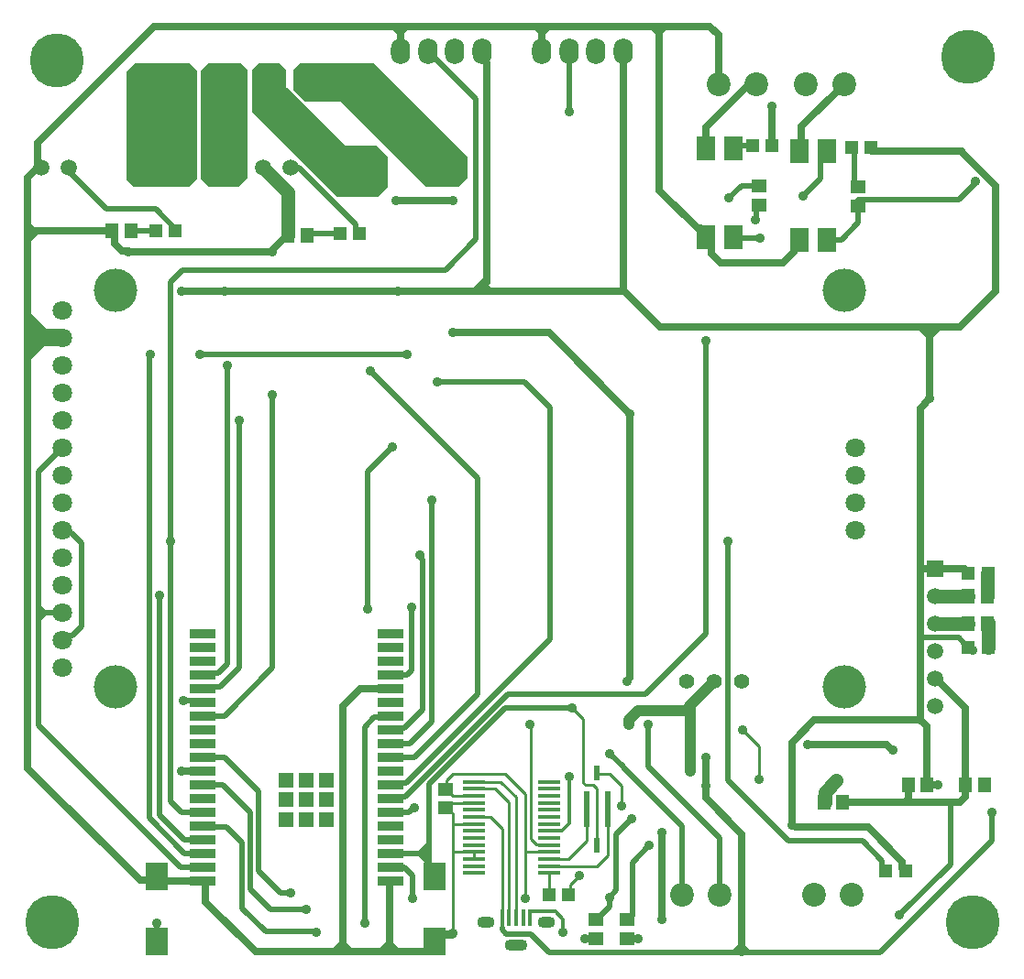
<source format=gtl>
G04*
G04 #@! TF.GenerationSoftware,Altium Limited,Altium Designer,21.5.1 (32)*
G04*
G04 Layer_Physical_Order=1*
G04 Layer_Color=255*
%FSAX24Y24*%
%MOIN*%
G70*
G04*
G04 #@! TF.SameCoordinates,E50B5674-5FFA-4352-8543-23BF37AEB5C9*
G04*
G04*
G04 #@! TF.FilePolarity,Positive*
G04*
G01*
G75*
%ADD11C,0.0100*%
%ADD37R,0.0236X0.0571*%
%ADD38R,0.0669X0.0866*%
%ADD39R,0.0492X0.0512*%
%ADD40R,0.0472X0.0551*%
%ADD41R,0.0787X0.0984*%
%ADD42R,0.0551X0.0472*%
%ADD43R,0.0807X0.0155*%
%ADD44R,0.0965X0.0354*%
%ADD45R,0.0524X0.0524*%
%ADD46R,0.0177X0.0591*%
%ADD47R,0.0492X0.0551*%
%ADD48R,0.0551X0.0492*%
%ADD73C,0.0200*%
%ADD74C,0.0250*%
%ADD75C,0.0500*%
%ADD76C,0.0300*%
%ADD77C,0.1000*%
%ADD78C,0.0120*%
%ADD79C,0.0400*%
%ADD80C,0.1575*%
%ADD81C,0.0709*%
%ADD82C,0.0591*%
%ADD83C,0.0787*%
%ADD84R,0.0591X0.0591*%
%ADD85C,0.0866*%
%ADD86C,0.0551*%
%ADD87O,0.0700X0.0950*%
%ADD88O,0.0827X0.0433*%
%ADD89O,0.0630X0.0433*%
%ADD90C,0.1969*%
%ADD91C,0.0360*%
G36*
X020950Y012300D02*
Y012750D01*
X021400Y012300D01*
X020950D01*
Y012850D01*
X020467Y012367D01*
X020600Y012300D01*
X020950D01*
D02*
G37*
G36*
X022650D02*
Y012750D01*
X023100Y012300D01*
X022650D01*
Y012850D01*
X022167Y012367D01*
X022300Y012300D01*
X022650D01*
D02*
G37*
G36*
X009750Y024650D02*
Y024950D01*
X009900D01*
X010200Y024650D01*
X009750D01*
Y024300D01*
X009850D01*
X010200Y024650D01*
X009750D01*
D02*
G37*
G36*
X009450Y035700D02*
X010150Y035000D01*
X010700D01*
Y034350D01*
X010050D01*
X009450Y033750D01*
Y035700D01*
D02*
G37*
G36*
X024050Y015950D02*
X023600D01*
X024050Y016400D01*
Y015950D01*
X023500D01*
X023983Y015467D01*
X024050Y015600D01*
Y015950D01*
D02*
G37*
G36*
X035450Y012200D02*
Y012650D01*
X035900Y012200D01*
X035450D01*
Y012750D01*
X034967Y012267D01*
X035100Y012200D01*
X035450D01*
D02*
G37*
G36*
X026050Y036300D02*
Y036750D01*
X026500Y036300D01*
X026050D01*
X026050Y036900D01*
X025533Y036383D01*
X025700Y036300D01*
X026050D01*
D02*
G37*
G36*
X042200Y035050D02*
Y034600D01*
X041750Y035050D01*
X042200D01*
Y034500D01*
X042683Y034983D01*
X042550Y035050D01*
X042200D01*
D02*
G37*
G36*
X032833Y046033D02*
X032350Y045550D01*
Y045650D01*
X031900Y046100D01*
X032700D01*
X032833Y046033D01*
D02*
G37*
G36*
X028583D02*
X028100Y045550D01*
Y045650D01*
X027650Y046100D01*
X028450D01*
X028583Y046033D01*
D02*
G37*
G36*
X023433D02*
X022950Y045550D01*
Y045650D01*
X022500Y046100D01*
X023300D01*
X023433Y046033D01*
D02*
G37*
G36*
X025450Y041250D02*
X025450Y040500D01*
X025100Y040150D01*
X023950D01*
X020850Y043250D01*
X019550D01*
X019100Y043700D01*
Y044400D01*
X019350Y044650D01*
X022050D01*
X025450Y041250D01*
D02*
G37*
G36*
X015600Y044400D02*
Y040450D01*
X015300Y040150D01*
X013300D01*
X013050Y040400D01*
Y044350D01*
X013350Y044650D01*
X015350D01*
X015600Y044400D01*
D02*
G37*
G36*
X017200Y044650D02*
X017450Y044400D01*
Y041100D01*
Y040500D01*
X017100Y040150D01*
X016050D01*
X015750Y040450D01*
Y044400D01*
X016000Y044650D01*
X017200Y044650D01*
D02*
G37*
G36*
X018850Y044400D02*
Y043800D01*
X021000Y041650D01*
X022150D01*
X022550Y041250D01*
Y040150D01*
X022200Y039800D01*
X020700D01*
X017600Y042900D01*
Y044400D01*
X017850Y044650D01*
X018600D01*
X018850Y044400D01*
D02*
G37*
G36*
X009950Y038450D02*
X009850D01*
X009400Y038000D01*
Y038450D01*
Y038800D01*
X009467Y038933D01*
X009950Y038450D01*
D02*
G37*
D11*
X029157Y014747D02*
X029490Y015080D01*
X029157Y014447D02*
Y014747D01*
X029110Y014400D02*
X029157Y014447D01*
X024900Y016974D02*
Y017350D01*
Y015950D02*
Y016974D01*
X014150Y015012D02*
X014265Y014897D01*
X036050Y018600D02*
Y019800D01*
X035450Y020400D02*
X036050Y019800D01*
X025660Y015694D02*
Y015950D01*
X024570Y012976D02*
X024594Y013000D01*
X024412Y012818D02*
X024570Y012976D01*
X024403Y012809D02*
X024412Y012818D01*
X039390Y041600D02*
X039500Y041490D01*
Y040304D02*
X039650Y040154D01*
X030591Y018805D02*
X031034Y018363D01*
Y017620D02*
Y018363D01*
X025660Y015950D02*
X025664D01*
X024900D02*
X025660D01*
X024900Y012950D02*
Y015950D01*
X024680Y017570D02*
X024900Y017350D01*
X024926Y016974D02*
X025664D01*
X027532Y014268D02*
Y015950D01*
Y014268D02*
X027550Y014250D01*
X027732Y016436D02*
X027935Y016233D01*
X027700Y020600D02*
X027732Y020568D01*
Y016436D02*
Y020568D01*
X029649Y018451D02*
Y020801D01*
X029250Y021200D02*
X029649Y020801D01*
Y018451D02*
X029723Y018377D01*
X030138Y015438D02*
X030524Y015824D01*
Y017113D01*
X024650Y017570D02*
X024821Y017741D01*
X024650Y017570D02*
X024680D01*
X025664Y017230D02*
X026270D01*
X026691Y013200D02*
Y013552D01*
X026270Y017230D02*
X026691Y016809D01*
Y013552D02*
Y016809D01*
X024667Y018247D02*
Y018567D01*
X024650Y018230D02*
X024667Y018247D01*
Y018567D02*
X024900Y018800D01*
X026800D01*
X029723Y018377D02*
X030019D01*
X030150Y016187D02*
Y018247D01*
X030019Y018377D02*
X030150Y018247D01*
X028400Y015438D02*
X030138D01*
X026800Y018800D02*
X027532Y018068D01*
Y015950D02*
Y018068D01*
Y015950D02*
X028400D01*
X024821Y017741D02*
X025664D01*
X024680Y018230D02*
X024912Y017997D01*
X024650Y018230D02*
X024680D01*
X024912Y017997D02*
X025664D01*
Y018509D02*
X026641D01*
X027202Y017948D01*
Y013552D02*
Y017948D01*
X026946Y013552D02*
Y017754D01*
X025664Y018253D02*
X026447D01*
X026946Y017754D01*
X030157Y018805D02*
X030591D01*
X030150Y018812D02*
X030157Y018805D01*
X028400Y015694D02*
X029094D01*
X029776Y016376D01*
Y017113D01*
X028400Y014400D02*
Y015182D01*
X009450Y035200D02*
X009452Y035198D01*
X035687Y043900D02*
X035950D01*
X027935Y016233D02*
X028372D01*
X028400Y016206D01*
X040110Y041600D02*
X040198Y041512D01*
X014810Y038550D02*
Y038638D01*
X035100Y038336D02*
X035136Y038300D01*
X019600Y038400D02*
X019650Y038450D01*
D37*
X030150Y016187D02*
D03*
X029776Y017113D02*
D03*
X030524D02*
D03*
X030150Y018813D02*
D03*
X030524Y017887D02*
D03*
X029776D02*
D03*
D38*
X035100Y041564D02*
D03*
X034100D02*
D03*
Y038336D02*
D03*
X035100D02*
D03*
X038500Y038236D02*
D03*
X037500D02*
D03*
Y041464D02*
D03*
X038500D02*
D03*
D39*
X043640Y023400D02*
D03*
X044360D02*
D03*
X036510Y041650D02*
D03*
X035790D02*
D03*
X020790Y038450D02*
D03*
X021510D02*
D03*
X014810Y038550D02*
D03*
X014090D02*
D03*
X040650Y015250D02*
D03*
X041370D02*
D03*
X043640Y026100D02*
D03*
X044360D02*
D03*
X039390Y041600D02*
D03*
X040110D02*
D03*
X029110Y014400D02*
D03*
X028390D02*
D03*
D40*
X043646Y024250D02*
D03*
X044354D02*
D03*
X044254Y018400D02*
D03*
X043546D02*
D03*
X044354Y025250D02*
D03*
X043646D02*
D03*
X013204Y038550D02*
D03*
X012496D02*
D03*
X018891Y038400D02*
D03*
X019600D02*
D03*
D41*
X014150Y015062D02*
D03*
Y012700D02*
D03*
X024250Y012700D02*
D03*
Y015062D02*
D03*
D42*
X031250Y012796D02*
D03*
Y013504D02*
D03*
X030100D02*
D03*
Y012796D02*
D03*
X036050Y039496D02*
D03*
Y040204D02*
D03*
X039650Y040154D02*
D03*
Y039446D02*
D03*
D43*
X028400Y015182D02*
D03*
Y015438D02*
D03*
Y015694D02*
D03*
Y015950D02*
D03*
Y016206D02*
D03*
Y016462D02*
D03*
Y016718D02*
D03*
Y016974D02*
D03*
Y017230D02*
D03*
Y017485D02*
D03*
Y017741D02*
D03*
Y017997D02*
D03*
Y018253D02*
D03*
Y018509D02*
D03*
X025664Y015182D02*
D03*
Y015438D02*
D03*
Y015694D02*
D03*
Y015950D02*
D03*
Y016206D02*
D03*
Y016462D02*
D03*
Y016718D02*
D03*
Y016974D02*
D03*
Y017230D02*
D03*
Y017485D02*
D03*
Y017741D02*
D03*
Y017997D02*
D03*
Y018253D02*
D03*
Y018509D02*
D03*
D44*
X022624Y015397D02*
D03*
Y016397D02*
D03*
Y015897D02*
D03*
Y017897D02*
D03*
Y018397D02*
D03*
Y017397D02*
D03*
Y016897D02*
D03*
Y020897D02*
D03*
Y021397D02*
D03*
Y022397D02*
D03*
Y021897D02*
D03*
Y019897D02*
D03*
Y020397D02*
D03*
Y019397D02*
D03*
Y018897D02*
D03*
Y023397D02*
D03*
Y022897D02*
D03*
X015813Y014897D02*
D03*
X022624D02*
D03*
X015813Y015397D02*
D03*
Y015897D02*
D03*
Y016397D02*
D03*
Y016897D02*
D03*
Y017397D02*
D03*
Y017897D02*
D03*
Y018397D02*
D03*
Y018897D02*
D03*
Y019397D02*
D03*
Y019897D02*
D03*
Y020397D02*
D03*
Y020897D02*
D03*
Y021397D02*
D03*
Y021897D02*
D03*
Y022397D02*
D03*
Y022897D02*
D03*
Y023397D02*
D03*
Y023897D02*
D03*
X022624D02*
D03*
D45*
X019572Y017850D02*
D03*
Y017128D02*
D03*
Y018572D02*
D03*
X018850Y017128D02*
D03*
X020295D02*
D03*
X018850Y017850D02*
D03*
X020295D02*
D03*
X018850Y018572D02*
D03*
X020295D02*
D03*
D46*
X027714Y013552D02*
D03*
X027458D02*
D03*
X027202D02*
D03*
X026946D02*
D03*
X026691D02*
D03*
D47*
X038420Y017750D02*
D03*
X039080D02*
D03*
X042130Y018400D02*
D03*
X041470D02*
D03*
D48*
X024650Y017570D02*
D03*
Y018230D02*
D03*
D73*
X031426Y015576D02*
X032050Y016200D01*
X031426Y013641D02*
Y015576D01*
X041150Y013650D02*
X043000Y015500D01*
Y017750D01*
X014150Y012650D02*
Y013350D01*
X039500Y040304D02*
Y041340D01*
Y040200D02*
Y040304D01*
X043296Y039696D02*
X043900Y040300D01*
X035041Y041650D02*
X035800D01*
X021364Y038596D02*
Y038786D01*
X019300Y040850D02*
X021364Y038786D01*
X018800Y040850D02*
X019300D01*
X021364Y038596D02*
X021510Y038450D01*
X024000Y045100D02*
X025750Y043350D01*
Y038250D02*
Y043350D01*
X024625Y037125D02*
X025750Y038250D01*
X040100Y041650D02*
X040150Y041600D01*
X041900Y023750D02*
X043290D01*
X022525Y019397D02*
X023497D01*
X025800Y021700D02*
Y029550D01*
X023497Y019397D02*
X025800Y021700D01*
X029200Y021200D02*
X029250Y021250D01*
X026816Y021200D02*
X029200D01*
X023166Y017974D02*
X026891Y021700D01*
X024050Y015900D02*
Y018434D01*
X022602Y018474D02*
X023200D01*
X026891Y021700D02*
X031900D01*
X024050Y018434D02*
X026816Y021200D01*
X023200Y018474D02*
X028431Y023706D01*
Y032118D01*
X022525Y018397D02*
X022602Y018474D01*
X038500Y038236D02*
X039036D01*
X039650Y038850D02*
Y039696D01*
X039036Y038236D02*
X039650Y038850D01*
X034950Y039750D02*
X035404Y040204D01*
X036050D01*
X035931Y038981D02*
Y039376D01*
X035900Y038950D02*
X035931Y038981D01*
Y039376D02*
X036050Y039496D01*
X030647Y019487D02*
X031090Y019043D01*
X030645Y019487D02*
X030647D01*
X030594Y019538D02*
X030645Y019487D01*
X030850Y016590D02*
X031414Y017154D01*
X030850Y014550D02*
Y016590D01*
X014098Y039350D02*
X014810Y038638D01*
X010800Y040850D02*
X012300Y039350D01*
X014098D01*
X015075Y037125D02*
X024625D01*
X013870Y017180D02*
Y034020D01*
X013900Y034050D01*
X039650Y039696D02*
X043296D01*
X029134Y045100D02*
X029142Y045092D01*
Y042958D02*
Y045092D01*
Y042958D02*
X029150Y042950D01*
X014650Y027250D02*
Y036700D01*
Y017800D02*
Y027250D01*
X034100Y023900D02*
Y034550D01*
X031900Y021700D02*
X034100Y023900D01*
X021900Y033450D02*
X025800Y029550D01*
X015700Y034050D02*
X023250D01*
X034600Y014400D02*
Y016450D01*
X032000Y019050D02*
Y020600D01*
Y019050D02*
X034600Y016450D01*
Y014400D02*
X034600Y014400D01*
X024150Y020700D02*
Y028770D01*
X022525Y019897D02*
X023347D01*
X024150Y020700D01*
X031648Y012798D02*
X031650Y012800D01*
X031252Y012798D02*
X031648D01*
X031250Y012796D02*
X031252Y012798D01*
X029700Y012800D02*
X029702Y012798D01*
X030098D01*
X030100Y012796D01*
X014250Y017300D02*
Y025300D01*
X014650Y017800D02*
X015053Y017397D01*
X014250Y017300D02*
X015147Y016403D01*
X013870Y017180D02*
X015147Y015903D01*
X021800Y024800D02*
Y029800D01*
X015858Y021450D02*
X015911Y021397D01*
X015100Y021450D02*
X015858D01*
X043640Y023400D02*
Y023410D01*
X043494Y023556D02*
X043640Y023410D01*
X043484Y023556D02*
X043494D01*
X043290Y023750D02*
X043484Y023556D01*
X034900Y018550D02*
X037100Y016350D01*
X039800D01*
X034900Y018550D02*
Y027250D01*
X035400Y012300D02*
X040450D01*
X028400D02*
X035400D01*
X024050Y015100D02*
X024250Y014900D01*
X040450Y012300D02*
X044500Y016350D01*
Y017400D01*
X027730Y012970D02*
X028400Y012300D01*
X023450Y014250D02*
Y015100D01*
X023700Y026707D02*
Y026750D01*
X023800Y021131D02*
Y026607D01*
X023143Y020474D02*
X023800Y021131D01*
X023700Y026707D02*
X023800Y026607D01*
X023400Y022564D02*
Y024850D01*
X023233Y022397D02*
X023400Y022564D01*
X022525Y022397D02*
X023233D01*
X031090Y019035D02*
X033222Y016904D01*
X031090Y019035D02*
Y019043D01*
X030600Y014300D02*
X030850Y014550D01*
X030600Y013965D02*
Y014300D01*
X031289Y013504D02*
X031426Y013641D01*
X031250Y013504D02*
X031289D01*
X040512Y015388D02*
Y015638D01*
Y015388D02*
X040650Y015250D01*
X039800Y016350D02*
X040512Y015638D01*
X030139Y013504D02*
X030600Y013965D01*
X030100Y013504D02*
X030139D01*
X023150Y015400D02*
X023450Y015100D01*
X021700Y013350D02*
Y020500D01*
X024050Y015100D02*
Y015900D01*
X024047Y015897D02*
X024050Y015900D01*
X022602Y017974D02*
X023166D01*
X022525Y017897D02*
X022602Y017974D01*
X022525Y017397D02*
X023309D01*
X023462Y017550D01*
X023500D01*
X015911Y021897D02*
X015961Y021947D01*
X016447D01*
X017150Y022650D01*
X022050Y020850D02*
X022478D01*
X022525Y020897D01*
X021700Y020500D02*
X022050Y020850D01*
X021800Y029800D02*
X022700Y030700D01*
X018089Y013061D02*
X019919D01*
X019950Y013030D01*
X016675Y016875D02*
X017250Y016300D01*
Y013900D02*
Y016300D01*
Y013900D02*
X018089Y013061D01*
X015911Y019397D02*
X016603D01*
X017850Y015250D02*
Y018150D01*
X016603Y019397D02*
X017850Y018150D01*
X015914Y020900D02*
X016600D01*
X018350Y022650D01*
Y032600D01*
X015911Y020897D02*
X015914Y020900D01*
X017150Y022650D02*
Y031650D01*
X015911Y022397D02*
X015988Y022474D01*
X016374D01*
X016700Y022800D01*
Y033650D01*
X014650Y036700D02*
X015075Y037125D01*
X015906Y015903D02*
X015911Y015897D01*
X015147Y015903D02*
X015906D01*
X015053Y017397D02*
X015911D01*
X015906Y016403D02*
X015911Y016397D01*
X015147Y016403D02*
X015906D01*
X009850Y020550D02*
Y024672D01*
Y024672D02*
X009850Y024672D01*
X010713D01*
X009850D02*
Y025029D01*
X026838Y012970D02*
X027730D01*
X026691Y013117D02*
Y013200D01*
Y013117D02*
X026838Y012970D01*
X022525Y015897D02*
X024047D01*
X022525Y015397D02*
X022528Y015400D01*
X023150D01*
X015003Y015397D02*
X015911D01*
X009850Y020550D02*
X015003Y015397D01*
X018650Y014450D02*
X019000D01*
X017850Y015250D02*
X018650Y014450D01*
X018281Y013869D02*
X019581D01*
X017550Y014600D02*
X018281Y013869D01*
X017550Y014600D02*
Y017400D01*
X015933Y016875D02*
X016675D01*
X016553Y018397D02*
X017550Y017400D01*
X015911Y018397D02*
X016553D01*
X015911Y016897D02*
X015933Y016875D01*
X022602Y020474D02*
X023143D01*
X010696Y023648D02*
X010833D01*
X027500Y033050D02*
X028431Y032118D01*
X024350Y033050D02*
X027500D01*
X033222Y014400D02*
Y016904D01*
X038265Y040465D02*
Y041230D01*
X038500Y041464D01*
X037640Y039840D02*
X038265Y040465D01*
X011400Y024150D02*
Y027200D01*
X010995Y023810D02*
X011060D01*
X011049Y027551D02*
X011400Y027200D01*
X010833Y023648D02*
X010995Y023810D01*
X011060D02*
X011400Y024150D01*
X010696Y027648D02*
X010793Y027551D01*
X011049D01*
X009850Y025029D02*
Y025100D01*
Y027286D01*
Y029802D02*
X010696Y030648D01*
X009850Y029011D02*
Y029802D01*
X009841Y027294D02*
X009850Y027286D01*
X009841Y027294D02*
Y029002D01*
X009850Y029011D01*
X022525Y020397D02*
X022602Y020474D01*
X035136Y038300D02*
X036055D01*
X019650Y038450D02*
X020790D01*
X030524Y017113D02*
Y017887D01*
X029776Y017113D02*
Y017887D01*
X013204Y038550D02*
X013204Y038550D01*
X014090D01*
D74*
X041470Y017750D02*
X043000D01*
X043350D01*
X044650Y036350D02*
Y040200D01*
X043408Y041442D02*
X044650Y040200D01*
X032400Y045999D02*
X034251D01*
X032400Y040056D02*
Y045999D01*
X028150D02*
X032400D01*
X037500Y041450D02*
X037578Y041528D01*
Y042350D01*
X036510Y041650D02*
Y043100D01*
X034050Y041550D02*
X034100Y041600D01*
Y042313D01*
X037578Y042350D02*
X039128Y043900D01*
X042450Y022300D02*
X043546Y021204D01*
X043550Y017950D02*
Y018400D01*
X041470Y017750D02*
Y018400D01*
X039080Y017750D02*
X041470D01*
X018312Y037821D02*
X018741Y038249D01*
X009800Y040850D02*
Y041750D01*
X025822Y036350D02*
X031103D01*
X025822D02*
X026150Y036678D01*
X022900Y036350D02*
X025822D01*
X026150Y036678D02*
Y044672D01*
X025969Y044853D02*
X026150Y044672D01*
X025969Y044853D02*
Y045100D01*
X034090Y017910D02*
Y019400D01*
X043546Y018400D02*
Y021204D01*
X042450Y026250D02*
X043500D01*
X041900D02*
X042450D01*
X037225Y019925D02*
X038050Y020750D01*
X042130Y018400D02*
Y020520D01*
X038050Y020750D02*
X041900D01*
X042130Y020520D01*
Y018400D02*
X042130Y018400D01*
X040670Y019850D02*
X040870Y019650D01*
X040900D01*
X037800Y019850D02*
X040670D01*
X041900Y026250D02*
Y032100D01*
X042250Y032450D01*
Y035050D01*
X043500Y026250D02*
X043650Y026100D01*
X016600Y036350D02*
X022900D01*
X015030D02*
X016600D01*
X041900Y020730D02*
Y023750D01*
X042130Y018400D02*
X042550D01*
X012879Y037821D02*
X013079D01*
X012607Y038093D02*
Y038439D01*
Y038093D02*
X012879Y037821D01*
X013079D02*
X013100Y037800D01*
X018299D01*
X012496Y038550D02*
X012607Y038439D01*
X018312Y037813D02*
Y037821D01*
X018299Y037800D02*
X018312Y037813D01*
X043350Y017750D02*
X043550Y017950D01*
X014049Y045999D02*
X023050D01*
X009800Y041750D02*
X014049Y045999D01*
X009450Y040500D02*
X009800Y040850D01*
X018891Y038361D02*
Y038400D01*
X018741Y038249D02*
X018780D01*
X018891Y038361D01*
X040150Y041450D02*
X043400D01*
X043350Y035050D02*
X044650Y036350D01*
X042250Y035050D02*
X043350D01*
X041900Y023750D02*
Y026250D01*
X032450Y035050D02*
X042250D01*
X042250Y035050D01*
X032400Y040036D02*
X033792Y038644D01*
X033890D02*
X034100Y038434D01*
Y038336D02*
Y038434D01*
X033792Y038644D02*
X033890D01*
X034251Y045999D02*
X034572Y045678D01*
Y043900D02*
Y045678D01*
X034310Y037740D02*
Y038126D01*
X034650Y037400D02*
X036900D01*
X034310Y037740D02*
X034650Y037400D01*
X037290Y038026D02*
X037500Y038236D01*
X037290Y037790D02*
Y038026D01*
X036900Y037400D02*
X037290Y037790D01*
X034100Y038336D02*
X034310Y038126D01*
X031103Y036350D02*
X031150D01*
X032450Y035050D01*
X031103Y036350D02*
Y045100D01*
X023050Y045999D02*
X028150D01*
X023016Y045965D02*
X023050Y045999D01*
X023016Y045100D02*
Y045965D01*
X028150Y045100D02*
Y045999D01*
X009450Y038550D02*
X012496D01*
X009450D02*
Y040500D01*
X031350Y022280D02*
Y031900D01*
X024900Y034850D02*
X028400D01*
X031350Y031900D01*
X031250Y022180D02*
X031350Y022280D01*
X031250Y022150D02*
Y022180D01*
X022850Y039650D02*
X024900D01*
X009450Y035200D02*
Y038550D01*
X037225Y016913D02*
Y019925D01*
X015910Y018898D02*
X015911Y018897D01*
X015030Y018899D02*
X015031Y018898D01*
X015910D01*
X035400Y012300D02*
Y016600D01*
X034090Y017910D02*
X035400Y016600D01*
X043650Y026100D02*
X043650D01*
X033342Y022092D02*
X033400Y022150D01*
X032500Y013500D02*
Y016650D01*
X041249Y015371D02*
Y015601D01*
X037365Y016850D02*
X040000D01*
X041249Y015601D01*
Y015371D02*
X041370Y015250D01*
X023987Y012325D02*
X024250Y012588D01*
X020900Y012325D02*
Y021250D01*
Y012325D02*
X022598D01*
X017725D02*
X020900D01*
X009452Y034648D02*
X010696D01*
X009452D02*
Y035198D01*
Y018998D02*
Y034648D01*
X022598Y012325D02*
X023987D01*
X022546Y014897D02*
X022598Y014845D01*
Y012325D02*
Y014845D01*
X022525Y014897D02*
X022546D01*
X021547Y021897D02*
X022525D01*
X020900Y021250D02*
X021547Y021897D01*
X015911Y014139D02*
X017725Y012325D01*
X015911Y014139D02*
Y014897D01*
X014060Y014922D02*
X014150Y015012D01*
X009452Y018998D02*
X013528Y014922D01*
X014060D01*
X014265Y014897D02*
X015813D01*
X034100Y042313D02*
X035687Y043900D01*
D75*
X044350Y024300D02*
X044360Y024290D01*
X018000Y040850D02*
X018891Y039959D01*
Y038400D02*
Y039959D01*
X044350Y026100D02*
X044354Y026096D01*
X042400Y024250D02*
X042450D01*
X043646D01*
X044354Y025250D02*
Y026096D01*
X044360Y023400D02*
Y024290D01*
X042450Y025250D02*
X043646D01*
X038424Y018124D02*
X038850Y018550D01*
X038424Y017754D02*
Y018124D01*
X038420Y017750D02*
X038424Y017754D01*
D76*
X024570Y012976D02*
X024860D01*
X024494D02*
X024570D01*
X024412Y012818D02*
Y012895D01*
Y012800D02*
Y012818D01*
Y012895D02*
X024494Y012976D01*
X024860D02*
X024884Y013000D01*
X024900D01*
X024250Y012638D02*
X024412Y012800D01*
D77*
X021122Y040850D02*
X021800D01*
X019628Y043900D02*
X021750D01*
X024800Y040850D01*
X016418Y043887D02*
X016800Y043505D01*
Y040850D02*
Y043505D01*
X013800Y042647D02*
X015040Y043887D01*
X013800Y040850D02*
Y042647D01*
D78*
X029150Y017000D02*
Y018700D01*
X028882Y016732D02*
X029150Y017000D01*
X028400Y016718D02*
X028414Y016732D01*
X028882D01*
X027743Y013777D02*
X028623D01*
X028900Y013010D02*
Y013500D01*
X028623Y013777D02*
X028900Y013500D01*
X027714Y013552D02*
Y013748D01*
X027743Y013777D01*
D79*
X033550Y021100D02*
Y021200D01*
Y018900D02*
Y021100D01*
X031650D02*
X033550D01*
X031300Y020750D02*
X031650Y021100D01*
X033500Y021250D02*
X034400Y022150D01*
X031300Y020600D02*
Y020750D01*
D80*
X012650Y021943D02*
D03*
Y036400D02*
D03*
X039130Y021943D02*
D03*
Y036400D02*
D03*
D81*
X010713Y029672D02*
D03*
Y030672D02*
D03*
Y031672D02*
D03*
Y032672D02*
D03*
Y033672D02*
D03*
Y034672D02*
D03*
Y035672D02*
D03*
Y022672D02*
D03*
Y023672D02*
D03*
Y024672D02*
D03*
Y025672D02*
D03*
Y026672D02*
D03*
Y027672D02*
D03*
Y028672D02*
D03*
X039524Y027672D02*
D03*
Y028672D02*
D03*
Y029672D02*
D03*
Y030672D02*
D03*
D82*
X010950Y040850D02*
D03*
X009950D02*
D03*
X042450Y021250D02*
D03*
Y022250D02*
D03*
Y023250D02*
D03*
Y024250D02*
D03*
Y025250D02*
D03*
X019000Y040850D02*
D03*
X018000D02*
D03*
D83*
X016950D02*
D03*
X013950D02*
D03*
X025000D02*
D03*
X022000D02*
D03*
D84*
X042450Y026250D02*
D03*
D85*
X039128Y043900D02*
D03*
X037750D02*
D03*
X034600Y014400D02*
D03*
X033222D02*
D03*
X019628Y043900D02*
D03*
X018250D02*
D03*
X035950D02*
D03*
X034572D02*
D03*
X015040Y043887D02*
D03*
X016418D02*
D03*
X038022Y014400D02*
D03*
X039400D02*
D03*
D86*
X035400Y022150D02*
D03*
X033400D02*
D03*
X034400D02*
D03*
D87*
X029134Y045100D02*
D03*
X030119D02*
D03*
X031103D02*
D03*
X028150D02*
D03*
X024000D02*
D03*
X024984D02*
D03*
X025969D02*
D03*
X023016D02*
D03*
D88*
X027202Y012554D02*
D03*
D89*
X026100Y013400D02*
D03*
X028305D02*
D03*
D90*
X043650Y044900D02*
D03*
X010500Y044750D02*
D03*
X010350Y013400D02*
D03*
X043815D02*
D03*
D91*
X032050Y016200D02*
D03*
X043800Y023300D02*
D03*
X029490Y015080D02*
D03*
X014150Y013350D02*
D03*
X040900Y019650D02*
D03*
X013100Y037800D02*
D03*
X034950Y039750D02*
D03*
X035900Y038950D02*
D03*
X030594Y019538D02*
D03*
X031414Y017154D02*
D03*
X016600Y036350D02*
D03*
X043900Y040350D02*
D03*
X040100Y041650D02*
D03*
X029150Y042900D02*
D03*
X042250Y032450D02*
D03*
X034100Y034550D02*
D03*
X031350Y031900D02*
D03*
X024900Y039650D02*
D03*
X022850D02*
D03*
X021900Y033450D02*
D03*
X024900Y034850D02*
D03*
X023250Y034050D02*
D03*
X022900Y036350D02*
D03*
X018350Y037800D02*
D03*
X029150Y018700D02*
D03*
X037800Y019850D02*
D03*
X035450Y020400D02*
D03*
X036050Y018600D02*
D03*
X024900Y013000D02*
D03*
X031650Y012800D02*
D03*
X029700D02*
D03*
X041150Y013650D02*
D03*
X014250Y025300D02*
D03*
X021800Y024800D02*
D03*
X015100Y021450D02*
D03*
X015030Y018899D02*
D03*
X031250Y022150D02*
D03*
X044500Y017400D02*
D03*
X044250Y018400D02*
D03*
X042550D02*
D03*
X023450Y014250D02*
D03*
X027550D02*
D03*
X032000Y020600D02*
D03*
X031300D02*
D03*
X033550Y018900D02*
D03*
X027700Y020600D02*
D03*
X023400Y024850D02*
D03*
X034100Y018350D02*
D03*
X032500Y013500D02*
D03*
Y016650D02*
D03*
X041450Y017800D02*
D03*
X030600Y014300D02*
D03*
X021700Y013350D02*
D03*
X023500Y017550D02*
D03*
X019950Y013030D02*
D03*
X015700Y034050D02*
D03*
X017150Y031650D02*
D03*
X016700Y033650D02*
D03*
X013900Y034050D02*
D03*
X015030Y036350D02*
D03*
X014650Y027250D02*
D03*
X034900D02*
D03*
X023700Y026750D02*
D03*
X019000Y014450D02*
D03*
X037225Y016913D02*
D03*
X038850Y018550D02*
D03*
X029250Y021200D02*
D03*
X024150Y028770D02*
D03*
X022700Y030700D02*
D03*
X024350Y033050D02*
D03*
X019581Y013869D02*
D03*
X018350Y032600D02*
D03*
X036055Y038300D02*
D03*
X036510Y043100D02*
D03*
X034090Y019400D02*
D03*
X028900Y013010D02*
D03*
X031034Y017620D02*
D03*
X037640Y039840D02*
D03*
M02*

</source>
